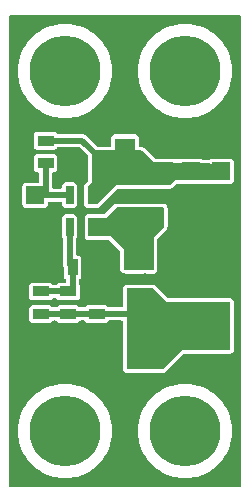
<source format=gbr>
%TF.GenerationSoftware,KiCad,Pcbnew,7.0.5.1-1-g8f565ef7f0-dirty-deb11*%
%TF.CreationDate,2023-07-20T11:56:54+00:00*%
%TF.ProjectId,STEPUPDC02,53544550-5550-4444-9330-322e6b696361,rev?*%
%TF.SameCoordinates,Original*%
%TF.FileFunction,Copper,L2,Bot*%
%TF.FilePolarity,Positive*%
%FSLAX46Y46*%
G04 Gerber Fmt 4.6, Leading zero omitted, Abs format (unit mm)*
G04 Created by KiCad (PCBNEW 7.0.5.1-1-g8f565ef7f0-dirty-deb11) date 2023-07-20 11:56:54*
%MOMM*%
%LPD*%
G01*
G04 APERTURE LIST*
%TA.AperFunction,ComponentPad*%
%ADD10C,6.000000*%
%TD*%
%TA.AperFunction,ComponentPad*%
%ADD11R,1.524000X1.524000*%
%TD*%
%TA.AperFunction,SMDPad,CuDef*%
%ADD12R,2.300000X2.500000*%
%TD*%
%TA.AperFunction,SMDPad,CuDef*%
%ADD13R,4.000000X1.600000*%
%TD*%
%TA.AperFunction,SMDPad,CuDef*%
%ADD14R,1.397000X0.889000*%
%TD*%
%TA.AperFunction,SMDPad,CuDef*%
%ADD15R,0.650000X1.560000*%
%TD*%
%TA.AperFunction,SMDPad,CuDef*%
%ADD16R,1.700000X1.300000*%
%TD*%
%TA.AperFunction,SMDPad,CuDef*%
%ADD17R,2.550160X2.499360*%
%TD*%
%TA.AperFunction,SMDPad,CuDef*%
%ADD18R,0.889000X1.397000*%
%TD*%
%TA.AperFunction,ViaPad*%
%ADD19C,0.800000*%
%TD*%
%TA.AperFunction,Conductor*%
%ADD20C,0.500000*%
%TD*%
%TA.AperFunction,Conductor*%
%ADD21C,0.250000*%
%TD*%
G04 APERTURE END LIST*
D10*
%TO.P,M1,1*%
%TO.N,N/C*%
X15240000Y35560000D03*
%TD*%
%TO.P,M2,1*%
%TO.N,N/C*%
X15240000Y5080000D03*
%TD*%
%TO.P,M3,1*%
%TO.N,N/C*%
X5080000Y5080000D03*
%TD*%
%TO.P,M4,1*%
%TO.N,N/C*%
X5080000Y35560000D03*
%TD*%
D11*
%TO.P,J1,1*%
%TO.N,GND*%
X15748000Y29591000D03*
%TO.P,J1,2*%
X18288000Y29591000D03*
%TO.P,J1,3*%
%TO.N,/Power*%
X15748000Y27051000D03*
%TO.P,J1,4*%
X18288000Y27051000D03*
%TO.P,J1,5*%
%TO.N,GND*%
X15748000Y24511000D03*
%TO.P,J1,6*%
X18288000Y24511000D03*
%TD*%
%TO.P,J2,1*%
%TO.N,GND*%
X2540000Y22479000D03*
%TO.P,J2,2*%
%TO.N,/ENABLE*%
X2540000Y25019000D03*
%TD*%
%TO.P,J4,1*%
%TO.N,GND*%
X15748000Y17780000D03*
%TO.P,J4,2*%
X18288000Y17780000D03*
%TO.P,J4,3*%
%TO.N,/PowerOUT*%
X15748000Y15240000D03*
%TO.P,J4,4*%
X18288000Y15240000D03*
%TO.P,J4,5*%
X15748000Y12700000D03*
%TO.P,J4,6*%
X18288000Y12700000D03*
%TO.P,J4,7*%
%TO.N,GND*%
X15748000Y10160000D03*
%TO.P,J4,8*%
X18288000Y10160000D03*
%TD*%
D12*
%TO.P,D1,1*%
%TO.N,/PowerOUT*%
X11430000Y15884000D03*
%TO.P,D1,2*%
%TO.N,Net-(D1-Pad2)*%
X11430000Y20184000D03*
%TD*%
D13*
%TO.P,L1,1*%
%TO.N,/Power*%
X11430000Y26819000D03*
%TO.P,L1,2*%
%TO.N,Net-(D1-Pad2)*%
X11430000Y23219000D03*
%TD*%
D14*
%TO.P,R1,1*%
%TO.N,/Power*%
X3429000Y29654500D03*
%TO.P,R1,2*%
%TO.N,/ENABLE*%
X3429000Y27749500D03*
%TD*%
D15*
%TO.P,U1,1*%
%TO.N,Net-(D1-Pad2)*%
X7366000Y22352000D03*
%TO.P,U1,2*%
%TO.N,GND*%
X6416000Y22352000D03*
%TO.P,U1,3*%
%TO.N,Net-(C1-Pad2)*%
X5466000Y22352000D03*
%TO.P,U1,4*%
%TO.N,/ENABLE*%
X5466000Y25052000D03*
%TO.P,U1,5*%
%TO.N,/Power*%
X7366000Y25052000D03*
%TD*%
D16*
%TO.P,D2,1*%
%TO.N,/Power*%
X10160000Y29238000D03*
%TO.P,D2,2*%
%TO.N,GND*%
X10160000Y32738000D03*
%TD*%
D14*
%TO.P,C1,1*%
%TO.N,/PowerOUT*%
X3048000Y14986000D03*
%TO.P,C1,2*%
%TO.N,Net-(C1-Pad2)*%
X3048000Y16891000D03*
%TD*%
%TO.P,C2,1*%
%TO.N,/PowerOUT*%
X7747000Y14986000D03*
%TO.P,C2,2*%
%TO.N,GND*%
X7747000Y16891000D03*
%TD*%
D17*
%TO.P,C5,1*%
%TO.N,/PowerOUT*%
X11780520Y11684000D03*
%TO.P,C5,2*%
%TO.N,GND*%
X6731000Y11684000D03*
%TD*%
D14*
%TO.P,R2,1*%
%TO.N,/PowerOUT*%
X5334000Y14986000D03*
%TO.P,R2,2*%
%TO.N,Net-(C1-Pad2)*%
X5334000Y16891000D03*
%TD*%
D18*
%TO.P,R4,1*%
%TO.N,Net-(C1-Pad2)*%
X5715000Y18923000D03*
%TO.P,R4,2*%
%TO.N,GND*%
X7620000Y18923000D03*
%TD*%
%TO.P,C6,1*%
%TO.N,/Power*%
X7874000Y28067000D03*
%TO.P,C6,2*%
%TO.N,GND*%
X5969000Y28067000D03*
%TD*%
D19*
%TO.N,GND*%
X1397000Y13462000D03*
X2794000Y13462000D03*
X11811000Y18034000D03*
X4953000Y26670000D03*
X16891000Y19558000D03*
X4826000Y12573000D03*
X9017000Y19685000D03*
X8001000Y20574000D03*
X4826000Y11303000D03*
X18415000Y19558000D03*
X9271000Y17018000D03*
X12700000Y29591000D03*
X4191000Y22479000D03*
X4826000Y10160000D03*
X9017000Y18288000D03*
X13970000Y29591000D03*
X18415000Y22733000D03*
X6350000Y26670000D03*
X10033000Y18033998D03*
X6731000Y20574000D03*
X1397000Y14859000D03*
X15748000Y22733000D03*
X15621000Y19558000D03*
X4826000Y28702000D03*
X17018000Y22733000D03*
X3937000Y13462000D03*
%TD*%
D20*
%TO.N,GND*%
X15748000Y29591000D02*
X13970000Y29591000D01*
D21*
X18415000Y19558000D02*
X19304000Y19558000D01*
D20*
X7620000Y19685000D02*
X6731000Y20574000D01*
X6731000Y11684000D02*
X6350000Y11684000D01*
X2540000Y22479000D02*
X4191000Y22479000D01*
X17018000Y22733000D02*
X18415000Y22733000D01*
X4826000Y11303000D02*
X4826000Y12573000D01*
X11811000Y18034000D02*
X10033002Y18034000D01*
X9017000Y17272000D02*
X9271000Y17018000D01*
X8128000Y20574000D02*
X9017000Y19685000D01*
X4953000Y26670000D02*
X4953000Y28575000D01*
X6350000Y11684000D02*
X4826000Y10160000D01*
X5969000Y28067000D02*
X5969000Y27051000D01*
X15748000Y17780000D02*
X15748000Y19431000D01*
X9017000Y18288000D02*
X9017000Y17272000D01*
X15748000Y19431000D02*
X15621000Y19558000D01*
X3937000Y13462000D02*
X2794000Y13462000D01*
X10033002Y18034000D02*
X10033000Y18033998D01*
X15748000Y24511000D02*
X15748000Y22733000D01*
X1397000Y13462000D02*
X1397000Y14859000D01*
X18415000Y19558000D02*
X16891000Y19558000D01*
X4953000Y28575000D02*
X4826000Y28702000D01*
X5969000Y27051000D02*
X6350000Y26670000D01*
X7620000Y18923000D02*
X7620000Y19685000D01*
X8001000Y20574000D02*
X8128000Y20574000D01*
%TO.N,/ENABLE*%
X3429000Y25052000D02*
X2573000Y25052000D01*
X3429000Y25400000D02*
X3429000Y25052000D01*
X2573000Y25052000D02*
X2540000Y25019000D01*
X5466000Y25052000D02*
X3429000Y25052000D01*
X3429000Y27749500D02*
X3429000Y25400000D01*
%TO.N,Net-(C1-Pad2)*%
X5715000Y18923000D02*
X5715000Y17272000D01*
X5466000Y22352000D02*
X5466000Y19172000D01*
X5466000Y19172000D02*
X5715000Y18923000D01*
X3048000Y16891000D02*
X5334000Y16891000D01*
X5715000Y17272000D02*
X5334000Y16891000D01*
%TO.N,/PowerOUT*%
X10532000Y14986000D02*
X11430000Y15884000D01*
X5334000Y14986000D02*
X7747000Y14986000D01*
X3048000Y14986000D02*
X5334000Y14986000D01*
X7747000Y14986000D02*
X10532000Y14986000D01*
%TO.N,/Power*%
X3429000Y29654500D02*
X6540500Y29654500D01*
X10160000Y29238000D02*
X10160000Y28089000D01*
X10160000Y28089000D02*
X11430000Y26819000D01*
X7874000Y28067000D02*
X10033000Y28067000D01*
X7874000Y28321000D02*
X7874000Y28067000D01*
X6540500Y29654500D02*
X7874000Y28321000D01*
%TD*%
%TA.AperFunction,Conductor*%
%TO.N,GND*%
G36*
X19932621Y40290498D02*
G01*
X19979114Y40236842D01*
X19990500Y40184500D01*
X19990500Y455500D01*
X19970498Y387379D01*
X19916842Y340886D01*
X19864500Y329500D01*
X455500Y329500D01*
X387379Y349502D01*
X340886Y403158D01*
X329500Y455500D01*
X329500Y5079996D01*
X1074675Y5079996D01*
X1093962Y4687412D01*
X1093963Y4687398D01*
X1151635Y4298606D01*
X1151636Y4298600D01*
X1199389Y4107958D01*
X1247144Y3917310D01*
X1379561Y3547230D01*
X1547621Y3191899D01*
X1749696Y2854756D01*
X1983834Y2539057D01*
X2247808Y2247808D01*
X2539057Y1983834D01*
X2854756Y1749696D01*
X3191899Y1547621D01*
X3547230Y1379561D01*
X3917310Y1247144D01*
X4107958Y1199389D01*
X4298600Y1151636D01*
X4298604Y1151635D01*
X4298606Y1151635D01*
X4687398Y1093963D01*
X4687406Y1093962D01*
X4687409Y1093962D01*
X4855662Y1085696D01*
X5079996Y1074675D01*
X5080000Y1074675D01*
X5080004Y1074675D01*
X5276295Y1084318D01*
X5472591Y1093962D01*
X5472594Y1093962D01*
X5472601Y1093963D01*
X5861393Y1151635D01*
X5861400Y1151636D01*
X6146995Y1223174D01*
X6242689Y1247144D01*
X6612769Y1379561D01*
X6612772Y1379562D01*
X6968097Y1547619D01*
X7081649Y1615680D01*
X7305243Y1749696D01*
X7620942Y1983834D01*
X7620951Y1983842D01*
X7912192Y2247808D01*
X8176158Y2539049D01*
X8176159Y2539050D01*
X8176165Y2539057D01*
X8410303Y2854756D01*
X8410306Y2854761D01*
X8612381Y3191903D01*
X8780438Y3547228D01*
X8912857Y3917316D01*
X9008364Y4298600D01*
X9066038Y4687409D01*
X9085325Y5079996D01*
X11234675Y5079996D01*
X11253962Y4687412D01*
X11253963Y4687398D01*
X11311635Y4298606D01*
X11311636Y4298600D01*
X11359389Y4107958D01*
X11407144Y3917310D01*
X11539561Y3547230D01*
X11707621Y3191899D01*
X11909696Y2854756D01*
X12143834Y2539057D01*
X12407808Y2247808D01*
X12699057Y1983834D01*
X13014756Y1749696D01*
X13351899Y1547621D01*
X13707230Y1379561D01*
X14077310Y1247144D01*
X14267958Y1199389D01*
X14458600Y1151636D01*
X14458604Y1151635D01*
X14458606Y1151635D01*
X14847398Y1093963D01*
X14847406Y1093962D01*
X14847409Y1093962D01*
X15015662Y1085696D01*
X15239996Y1074675D01*
X15240000Y1074675D01*
X15240004Y1074675D01*
X15436295Y1084318D01*
X15632591Y1093962D01*
X15632594Y1093962D01*
X15632601Y1093963D01*
X16021393Y1151635D01*
X16021400Y1151636D01*
X16306995Y1223174D01*
X16402689Y1247144D01*
X16772769Y1379561D01*
X16772772Y1379562D01*
X17128097Y1547619D01*
X17241649Y1615680D01*
X17465243Y1749696D01*
X17780942Y1983834D01*
X17780951Y1983842D01*
X18072192Y2247808D01*
X18336158Y2539049D01*
X18336159Y2539050D01*
X18336165Y2539057D01*
X18570303Y2854756D01*
X18570306Y2854761D01*
X18772381Y3191903D01*
X18940438Y3547228D01*
X19072857Y3917316D01*
X19168364Y4298600D01*
X19226038Y4687409D01*
X19245325Y5080000D01*
X19226038Y5472591D01*
X19168364Y5861400D01*
X19072857Y6242684D01*
X18940438Y6612772D01*
X18772381Y6968097D01*
X18570306Y7305239D01*
X18336158Y7620951D01*
X18072192Y7912192D01*
X17780951Y8176158D01*
X17465239Y8410306D01*
X17128097Y8612381D01*
X16772772Y8780438D01*
X16402684Y8912857D01*
X16021400Y9008364D01*
X15632591Y9066038D01*
X15295384Y9082604D01*
X15240004Y9085325D01*
X15239996Y9085325D01*
X15182590Y9082504D01*
X14847409Y9066038D01*
X14458600Y9008364D01*
X14077316Y8912857D01*
X13707228Y8780438D01*
X13351903Y8612381D01*
X13014761Y8410306D01*
X13014756Y8410303D01*
X12699057Y8176165D01*
X12699050Y8176159D01*
X12699049Y8176158D01*
X12407808Y7912192D01*
X12143842Y7620951D01*
X12143834Y7620942D01*
X11909696Y7305243D01*
X11909694Y7305239D01*
X11707619Y6968097D01*
X11539562Y6612772D01*
X11539561Y6612769D01*
X11407144Y6242689D01*
X11407143Y6242684D01*
X11311636Y5861400D01*
X11311635Y5861393D01*
X11253963Y5472601D01*
X11253962Y5472587D01*
X11234675Y5080003D01*
X11234675Y5079996D01*
X9085325Y5079996D01*
X9085325Y5080000D01*
X9066038Y5472591D01*
X9008364Y5861400D01*
X8912857Y6242684D01*
X8780438Y6612772D01*
X8612381Y6968097D01*
X8410306Y7305239D01*
X8176158Y7620951D01*
X7912192Y7912192D01*
X7620951Y8176158D01*
X7305239Y8410306D01*
X6968097Y8612381D01*
X6612772Y8780438D01*
X6242684Y8912857D01*
X5861400Y9008364D01*
X5472591Y9066038D01*
X5135384Y9082604D01*
X5080004Y9085325D01*
X5079996Y9085325D01*
X5022590Y9082504D01*
X4687409Y9066038D01*
X4298600Y9008364D01*
X3917316Y8912857D01*
X3547228Y8780438D01*
X3191903Y8612381D01*
X2854761Y8410306D01*
X2854756Y8410303D01*
X2539057Y8176165D01*
X2539050Y8176159D01*
X2539049Y8176158D01*
X2247808Y7912192D01*
X1983842Y7620951D01*
X1983834Y7620942D01*
X1749696Y7305243D01*
X1749694Y7305239D01*
X1547619Y6968097D01*
X1379562Y6612772D01*
X1379561Y6612769D01*
X1247144Y6242689D01*
X1247143Y6242684D01*
X1151636Y5861400D01*
X1151635Y5861393D01*
X1093963Y5472601D01*
X1093962Y5472587D01*
X1074675Y5080003D01*
X1074675Y5079996D01*
X329500Y5079996D01*
X329500Y14496640D01*
X2049000Y14496640D01*
X2049001Y14496633D01*
X2051914Y14471509D01*
X2051916Y14471505D01*
X2097293Y14368734D01*
X2176732Y14289295D01*
X2176734Y14289294D01*
X2279510Y14243914D01*
X2279509Y14243914D01*
X2304631Y14241000D01*
X2304635Y14241000D01*
X3791359Y14241000D01*
X3791366Y14241001D01*
X3816490Y14243914D01*
X3816494Y14243916D01*
X3919265Y14289293D01*
X3998704Y14368732D01*
X4005305Y14378368D01*
X4008410Y14376240D01*
X4040828Y14414626D01*
X4108690Y14435490D01*
X4110287Y14435500D01*
X4271713Y14435500D01*
X4339834Y14415498D01*
X4373753Y14376352D01*
X4376695Y14378368D01*
X4383295Y14368732D01*
X4462732Y14289295D01*
X4462734Y14289294D01*
X4565510Y14243914D01*
X4565509Y14243914D01*
X4590631Y14241000D01*
X4590635Y14241000D01*
X6077359Y14241000D01*
X6077366Y14241001D01*
X6102490Y14243914D01*
X6102494Y14243916D01*
X6205265Y14289293D01*
X6284704Y14368732D01*
X6291305Y14378368D01*
X6294410Y14376240D01*
X6326828Y14414626D01*
X6394690Y14435490D01*
X6396287Y14435500D01*
X6684713Y14435500D01*
X6752834Y14415498D01*
X6786753Y14376352D01*
X6789695Y14378368D01*
X6796295Y14368732D01*
X6875732Y14289295D01*
X6875734Y14289294D01*
X6978510Y14243914D01*
X6978509Y14243914D01*
X7003631Y14241000D01*
X7003635Y14241000D01*
X8490359Y14241000D01*
X8490366Y14241001D01*
X8515490Y14243914D01*
X8515494Y14243916D01*
X8618265Y14289293D01*
X8697704Y14368732D01*
X8704305Y14378368D01*
X8707410Y14376240D01*
X8739828Y14414626D01*
X8807690Y14435490D01*
X8809287Y14435500D01*
X9855500Y14435500D01*
X9923621Y14415498D01*
X9970114Y14361842D01*
X9981500Y14309500D01*
X9981500Y10412990D01*
X9988481Y10348060D01*
X9999865Y10295729D01*
X9999866Y10295724D01*
X10010824Y10257512D01*
X10067502Y10160600D01*
X10113995Y10106945D01*
X10114004Y10106935D01*
X10158730Y10064764D01*
X10158733Y10064761D01*
X10258814Y10013875D01*
X10326922Y9993877D01*
X10326943Y9993872D01*
X10412993Y9981500D01*
X10413000Y9981500D01*
X13291003Y9981500D01*
X13307326Y9982375D01*
X13307334Y9982375D01*
X13307336Y9982376D01*
X13313015Y9982986D01*
X13342240Y9986129D01*
X13346724Y9986663D01*
X13349257Y9986966D01*
X13384039Y9998299D01*
X13456003Y10021748D01*
X13518315Y10055773D01*
X13586658Y10106935D01*
X13587926Y10107884D01*
X15075636Y11595595D01*
X15137947Y11629619D01*
X15164730Y11632499D01*
X18924002Y11632499D01*
X18955063Y11635838D01*
X18967163Y11637139D01*
X18973892Y11637500D01*
X19094859Y11637500D01*
X19094867Y11637501D01*
X19119989Y11640414D01*
X19119994Y11640416D01*
X19222765Y11685793D01*
X19302204Y11765232D01*
X19302205Y11765234D01*
X19302206Y11765235D01*
X19347585Y11868009D01*
X19350500Y11893135D01*
X19350499Y12020209D01*
X19351782Y12038146D01*
X19355500Y12063998D01*
X19355500Y15875994D01*
X19355499Y15876008D01*
X19350860Y15919156D01*
X19350499Y15925895D01*
X19350499Y16046859D01*
X19350499Y16046864D01*
X19347585Y16071991D01*
X19302206Y16174765D01*
X19222765Y16254206D01*
X19119991Y16299585D01*
X19094865Y16302500D01*
X18967789Y16302499D01*
X18949855Y16303781D01*
X18924000Y16307500D01*
X13894732Y16307500D01*
X13826611Y16327502D01*
X13805637Y16344405D01*
X12820161Y17329881D01*
X12820142Y17329900D01*
X12807973Y17340832D01*
X12780630Y17362867D01*
X12775077Y17367238D01*
X12775075Y17367238D01*
X12770210Y17371069D01*
X12770431Y17371350D01*
X12756114Y17382855D01*
X12752765Y17386206D01*
X12649991Y17431585D01*
X12626201Y17434344D01*
X12611320Y17437373D01*
X12611276Y17437168D01*
X12606892Y17438121D01*
X12606879Y17438125D01*
X12520810Y17450500D01*
X10413000Y17450500D01*
X10412991Y17450499D01*
X10412990Y17450499D01*
X10403925Y17449524D01*
X10348063Y17443519D01*
X10348058Y17443518D01*
X10319831Y17437378D01*
X10293050Y17434499D01*
X10235136Y17434499D01*
X10210009Y17431585D01*
X10174422Y17415872D01*
X10107234Y17386206D01*
X10027795Y17306767D01*
X10027794Y17306765D01*
X9982414Y17203990D01*
X9979500Y17178870D01*
X9979500Y17178867D01*
X9979500Y17178865D01*
X9979500Y16376505D01*
X9979501Y15662500D01*
X9959499Y15594379D01*
X9905843Y15547886D01*
X9853501Y15536500D01*
X8809287Y15536500D01*
X8741166Y15556502D01*
X8707246Y15595647D01*
X8704305Y15593632D01*
X8697707Y15603262D01*
X8697706Y15603265D01*
X8618265Y15682706D01*
X8515491Y15728085D01*
X8490365Y15731000D01*
X7003636Y15730999D01*
X6978509Y15728085D01*
X6942922Y15712372D01*
X6875734Y15682706D01*
X6796295Y15603267D01*
X6789695Y15593632D01*
X6786589Y15595759D01*
X6754172Y15557374D01*
X6686310Y15536510D01*
X6684713Y15536500D01*
X6396287Y15536500D01*
X6328166Y15556502D01*
X6294246Y15595647D01*
X6291305Y15593632D01*
X6284707Y15603262D01*
X6284706Y15603265D01*
X6205265Y15682706D01*
X6102491Y15728085D01*
X6077365Y15731000D01*
X4590636Y15730999D01*
X4565509Y15728085D01*
X4529922Y15712372D01*
X4462734Y15682706D01*
X4383295Y15603267D01*
X4376695Y15593632D01*
X4373589Y15595759D01*
X4341172Y15557374D01*
X4273310Y15536510D01*
X4271713Y15536500D01*
X4110287Y15536500D01*
X4042166Y15556502D01*
X4008246Y15595647D01*
X4005305Y15593632D01*
X3998707Y15603262D01*
X3998706Y15603265D01*
X3919265Y15682706D01*
X3816491Y15728085D01*
X3791365Y15731000D01*
X2304636Y15730999D01*
X2279509Y15728085D01*
X2243922Y15712372D01*
X2176734Y15682706D01*
X2097295Y15603267D01*
X2097294Y15603265D01*
X2051914Y15500490D01*
X2049000Y15475370D01*
X2049000Y14496640D01*
X329500Y14496640D01*
X329500Y16401640D01*
X2049000Y16401640D01*
X2049001Y16401633D01*
X2051914Y16376509D01*
X2051916Y16376505D01*
X2097293Y16273734D01*
X2176732Y16194295D01*
X2176734Y16194294D01*
X2279510Y16148914D01*
X2279509Y16148914D01*
X2304631Y16146000D01*
X2304635Y16146000D01*
X3791359Y16146000D01*
X3791366Y16146001D01*
X3816490Y16148914D01*
X3816494Y16148916D01*
X3919265Y16194293D01*
X3998704Y16273732D01*
X4005305Y16283368D01*
X4008410Y16281240D01*
X4040828Y16319626D01*
X4108690Y16340490D01*
X4110287Y16340500D01*
X4271713Y16340500D01*
X4339834Y16320498D01*
X4373753Y16281352D01*
X4376695Y16283368D01*
X4383295Y16273732D01*
X4462732Y16194295D01*
X4462734Y16194294D01*
X4565510Y16148914D01*
X4565509Y16148914D01*
X4590631Y16146000D01*
X4590635Y16146000D01*
X6077359Y16146000D01*
X6077366Y16146001D01*
X6102490Y16148914D01*
X6102494Y16148916D01*
X6205265Y16194293D01*
X6284704Y16273732D01*
X6284705Y16273734D01*
X6284706Y16273735D01*
X6330085Y16376509D01*
X6333000Y16401635D01*
X6332999Y17380364D01*
X6330085Y17405491D01*
X6284706Y17508265D01*
X6279990Y17518946D01*
X6282373Y17519998D01*
X6265555Y17571614D01*
X6265500Y17575320D01*
X6265500Y17860712D01*
X6285502Y17928833D01*
X6324647Y17962752D01*
X6322632Y17965695D01*
X6332267Y17972295D01*
X6411704Y18051732D01*
X6411705Y18051734D01*
X6411704Y18051734D01*
X6411706Y18051735D01*
X6457085Y18154509D01*
X6460000Y18179635D01*
X6459999Y19666364D01*
X6457085Y19691491D01*
X6411706Y19794265D01*
X6332265Y19873706D01*
X6229491Y19919085D01*
X6204365Y19922000D01*
X6142499Y19921999D01*
X6074381Y19942000D01*
X6027887Y19995655D01*
X6016500Y20047999D01*
X6016500Y21321231D01*
X6036502Y21389352D01*
X6038550Y21392438D01*
X6043206Y21399235D01*
X6088585Y21502009D01*
X6091499Y21527129D01*
X6091500Y21527135D01*
X6091500Y21527140D01*
X6740500Y21527140D01*
X6740501Y21527133D01*
X6743414Y21502009D01*
X6743416Y21502005D01*
X6788793Y21399234D01*
X6868232Y21319795D01*
X6868234Y21319794D01*
X6971010Y21274414D01*
X6971009Y21274414D01*
X6996131Y21271500D01*
X6996135Y21271500D01*
X7735859Y21271500D01*
X7735866Y21271501D01*
X7760991Y21274415D01*
X7770136Y21276903D01*
X7770367Y21276052D01*
X7810410Y21284500D01*
X8711268Y21284500D01*
X8779389Y21264498D01*
X8800358Y21247599D01*
X9690596Y20357362D01*
X9724621Y20295050D01*
X9727500Y20268267D01*
X9727500Y18847043D01*
X9727826Y18840054D01*
X9728165Y18832801D01*
X9728168Y18832761D01*
X9731006Y18802456D01*
X9731301Y18799457D01*
X9731302Y18799454D01*
X9763140Y18691794D01*
X9763142Y18691789D01*
X9795438Y18628575D01*
X9828783Y18576909D01*
X9913775Y18503550D01*
X9913784Y18503544D01*
X9975125Y18467829D01*
X9975126Y18467828D01*
X10055739Y18435214D01*
X10184777Y18403409D01*
X10192045Y18401144D01*
X10229837Y18386811D01*
X10229845Y18386809D01*
X10288402Y18372377D01*
X10361506Y18363500D01*
X10361510Y18363500D01*
X11482488Y18363500D01*
X11555597Y18372377D01*
X11555608Y18372380D01*
X11614156Y18386811D01*
X11614158Y18386812D01*
X11651948Y18401144D01*
X11659217Y18403409D01*
X11748182Y18425338D01*
X11778336Y18428999D01*
X11843662Y18428999D01*
X11873817Y18425337D01*
X11962775Y18403411D01*
X11970043Y18401146D01*
X12007844Y18386811D01*
X12066399Y18372378D01*
X12066402Y18372377D01*
X12139511Y18363500D01*
X12139514Y18363500D01*
X12447009Y18363500D01*
X12511939Y18370481D01*
X12564270Y18381865D01*
X12564275Y18381866D01*
X12564276Y18381866D01*
X12564279Y18381867D01*
X12570811Y18383740D01*
X12602487Y18392824D01*
X12699399Y18449502D01*
X12720549Y18467829D01*
X12753057Y18495997D01*
X12795238Y18540733D01*
X12846123Y18640810D01*
X12866125Y18708931D01*
X12878500Y18795000D01*
X12878500Y18868246D01*
X12878920Y18875511D01*
X12879498Y18880497D01*
X12880500Y18889135D01*
X12880499Y21286267D01*
X12900501Y21354388D01*
X12917404Y21375362D01*
X13646880Y22104838D01*
X13646902Y22104861D01*
X13657827Y22117023D01*
X13657831Y22117027D01*
X13665440Y22126470D01*
X13679848Y22144347D01*
X13684236Y22149922D01*
X13684237Y22149923D01*
X13735122Y22250000D01*
X13755124Y22318121D01*
X13767499Y22404190D01*
X13767500Y23877000D01*
X13760519Y23941937D01*
X13749133Y23994279D01*
X13738175Y24032488D01*
X13738174Y24032488D01*
X13736002Y24040065D01*
X13736736Y24040275D01*
X13730525Y24063636D01*
X13728136Y24084234D01*
X13727585Y24088991D01*
X13682206Y24191765D01*
X13602765Y24271206D01*
X13499991Y24316585D01*
X13474865Y24319500D01*
X9385136Y24319499D01*
X9360009Y24316585D01*
X9324422Y24300872D01*
X9257234Y24271206D01*
X9239767Y24253739D01*
X9217988Y24237420D01*
X9218476Y24236663D01*
X9214687Y24234228D01*
X9145080Y24182121D01*
X9145071Y24182113D01*
X8419363Y23456405D01*
X8357051Y23422379D01*
X8330268Y23419500D01*
X7810411Y23419500D01*
X7770370Y23427947D01*
X7770139Y23427096D01*
X7760995Y23429582D01*
X7760991Y23429585D01*
X7735865Y23432500D01*
X6996136Y23432499D01*
X6971009Y23429585D01*
X6965372Y23427096D01*
X6868234Y23384206D01*
X6788795Y23304767D01*
X6788794Y23304765D01*
X6743414Y23201990D01*
X6740500Y23176870D01*
X6740500Y21527140D01*
X6091500Y21527140D01*
X6091499Y23176864D01*
X6088585Y23201991D01*
X6043206Y23304765D01*
X5963765Y23384206D01*
X5860991Y23429585D01*
X5835865Y23432500D01*
X5096136Y23432499D01*
X5071009Y23429585D01*
X5065372Y23427096D01*
X4968234Y23384206D01*
X4888795Y23304767D01*
X4888794Y23304765D01*
X4843414Y23201990D01*
X4840500Y23176870D01*
X4840500Y21527140D01*
X4840501Y21527133D01*
X4843414Y21502009D01*
X4843416Y21502005D01*
X4888793Y21399235D01*
X4893450Y21392438D01*
X4915446Y21324934D01*
X4915500Y21321231D01*
X4915500Y19182485D01*
X4915463Y19180334D01*
X4913238Y19115173D01*
X4923705Y19072218D01*
X4924910Y19065878D01*
X4930928Y19022087D01*
X4930931Y19022075D01*
X4938014Y19005768D01*
X4944858Y18985413D01*
X4949064Y18968154D01*
X4949067Y18968146D01*
X4953830Y18959676D01*
X4970000Y18897924D01*
X4970000Y18179640D01*
X4970001Y18179633D01*
X4972914Y18154509D01*
X4972916Y18154505D01*
X5018293Y18051734D01*
X5097732Y17972295D01*
X5107368Y17965695D01*
X5105243Y17962594D01*
X5143651Y17930133D01*
X5164490Y17862264D01*
X5164500Y17860712D01*
X5164500Y17761999D01*
X5144498Y17693878D01*
X5090842Y17647385D01*
X5038500Y17635999D01*
X4590636Y17635999D01*
X4565509Y17633085D01*
X4529922Y17617372D01*
X4462734Y17587706D01*
X4383295Y17508267D01*
X4376695Y17498632D01*
X4373589Y17500759D01*
X4341172Y17462374D01*
X4273310Y17441510D01*
X4271713Y17441500D01*
X4110287Y17441500D01*
X4042166Y17461502D01*
X4008246Y17500647D01*
X4005305Y17498632D01*
X3998707Y17508262D01*
X3998706Y17508265D01*
X3919265Y17587706D01*
X3816491Y17633085D01*
X3791365Y17636000D01*
X2304636Y17635999D01*
X2279509Y17633085D01*
X2243922Y17617372D01*
X2176734Y17587706D01*
X2097295Y17508267D01*
X2097294Y17508265D01*
X2051914Y17405490D01*
X2049000Y17380370D01*
X2049000Y16401640D01*
X329500Y16401640D01*
X329500Y24212140D01*
X1477500Y24212140D01*
X1477501Y24212133D01*
X1480414Y24187009D01*
X1480416Y24187005D01*
X1525793Y24084234D01*
X1605232Y24004795D01*
X1605234Y24004794D01*
X1708010Y23959414D01*
X1708009Y23959414D01*
X1733131Y23956500D01*
X1733135Y23956500D01*
X3346859Y23956500D01*
X3346866Y23956501D01*
X3371990Y23959414D01*
X3371994Y23959416D01*
X3474765Y24004793D01*
X3554204Y24084232D01*
X3554205Y24084234D01*
X3554204Y24084234D01*
X3554206Y24084235D01*
X3599585Y24187009D01*
X3602500Y24212135D01*
X3602500Y24375500D01*
X3622502Y24443621D01*
X3676158Y24490114D01*
X3728500Y24501500D01*
X4714501Y24501500D01*
X4782622Y24481498D01*
X4829115Y24427842D01*
X4840501Y24375500D01*
X4840501Y24227133D01*
X4843414Y24202009D01*
X4843416Y24202005D01*
X4888793Y24099234D01*
X4968232Y24019795D01*
X4968234Y24019794D01*
X5071010Y23974414D01*
X5071009Y23974414D01*
X5096131Y23971500D01*
X5096135Y23971500D01*
X5835859Y23971500D01*
X5835866Y23971501D01*
X5860990Y23974414D01*
X5860994Y23974416D01*
X5963765Y24019793D01*
X6043204Y24099232D01*
X6043205Y24099234D01*
X6043204Y24099234D01*
X6043206Y24099235D01*
X6088585Y24202009D01*
X6091500Y24227135D01*
X6091499Y25876864D01*
X6088585Y25901991D01*
X6043206Y26004765D01*
X5963765Y26084206D01*
X5860991Y26129585D01*
X5835865Y26132500D01*
X5096136Y26132499D01*
X5071009Y26129585D01*
X5040774Y26116235D01*
X4968234Y26084206D01*
X4888795Y26004767D01*
X4888794Y26004765D01*
X4843414Y25901990D01*
X4840500Y25876870D01*
X4840500Y25728500D01*
X4820498Y25660379D01*
X4766842Y25613886D01*
X4714500Y25602500D01*
X4105500Y25602500D01*
X4037379Y25622502D01*
X3990886Y25676158D01*
X3979500Y25728500D01*
X3979500Y26878500D01*
X3999502Y26946621D01*
X4053158Y26993114D01*
X4105498Y27004500D01*
X4172360Y27004500D01*
X4172366Y27004501D01*
X4197489Y27007414D01*
X4197494Y27007416D01*
X4300265Y27052793D01*
X4379704Y27132232D01*
X4379705Y27132234D01*
X4379704Y27132234D01*
X4379706Y27132235D01*
X4425085Y27235009D01*
X4428000Y27260135D01*
X4427999Y28238864D01*
X4425085Y28263991D01*
X4379706Y28366765D01*
X4300265Y28446206D01*
X4197491Y28491585D01*
X4172365Y28494500D01*
X2685636Y28494499D01*
X2660509Y28491585D01*
X2624922Y28475872D01*
X2557734Y28446206D01*
X2478295Y28366767D01*
X2478294Y28366765D01*
X2432914Y28263990D01*
X2430000Y28238870D01*
X2430000Y27260140D01*
X2430001Y27260133D01*
X2432914Y27235009D01*
X2432916Y27235005D01*
X2478293Y27132234D01*
X2557732Y27052795D01*
X2557734Y27052794D01*
X2660510Y27007414D01*
X2660509Y27007414D01*
X2685629Y27004500D01*
X2685635Y27004500D01*
X2752500Y27004500D01*
X2820621Y26984498D01*
X2867114Y26930842D01*
X2878500Y26878500D01*
X2878499Y26207499D01*
X2858497Y26139378D01*
X2804841Y26092885D01*
X2752499Y26081499D01*
X1733136Y26081499D01*
X1708009Y26078585D01*
X1672422Y26062872D01*
X1605234Y26033206D01*
X1525795Y25953767D01*
X1525794Y25953765D01*
X1480414Y25850990D01*
X1477500Y25825870D01*
X1477500Y24212140D01*
X329500Y24212140D01*
X329500Y29165140D01*
X2430000Y29165140D01*
X2430001Y29165133D01*
X2432914Y29140009D01*
X2432916Y29140005D01*
X2478293Y29037234D01*
X2557732Y28957795D01*
X2557734Y28957794D01*
X2660510Y28912414D01*
X2660509Y28912414D01*
X2685631Y28909500D01*
X2685635Y28909500D01*
X4172359Y28909500D01*
X4172366Y28909501D01*
X4197490Y28912414D01*
X4197494Y28912416D01*
X4300265Y28957793D01*
X4379704Y29037232D01*
X4386305Y29046868D01*
X4389410Y29044740D01*
X4421828Y29083126D01*
X4489690Y29103990D01*
X4491287Y29104000D01*
X6260285Y29104000D01*
X6328406Y29083998D01*
X6349375Y29067099D01*
X6921975Y28494500D01*
X7023596Y28392879D01*
X7057621Y28330567D01*
X7060500Y28303784D01*
X7060500Y26340731D01*
X7040498Y26272610D01*
X7023599Y26251640D01*
X6911337Y26139378D01*
X6800100Y26028141D01*
X6800096Y26028137D01*
X6789171Y26015975D01*
X6789156Y26015957D01*
X6767150Y25988651D01*
X6767133Y25988629D01*
X6762762Y25983076D01*
X6711877Y25882999D01*
X6711876Y25882996D01*
X6691877Y25814886D01*
X6691872Y25814865D01*
X6679500Y25728815D01*
X6679500Y24382990D01*
X6686481Y24318060D01*
X6697865Y24265729D01*
X6697866Y24265724D01*
X6708825Y24227509D01*
X6765499Y24130606D01*
X6765509Y24130592D01*
X6772367Y24122677D01*
X6781446Y24108352D01*
X6782196Y24108866D01*
X6788795Y24099232D01*
X6868232Y24019795D01*
X6868234Y24019794D01*
X6971010Y23974414D01*
X6971008Y23974414D01*
X6990141Y23972195D01*
X7011114Y23967932D01*
X7024927Y23963876D01*
X7024943Y23963872D01*
X7110993Y23951500D01*
X7111000Y23951500D01*
X7703003Y23951500D01*
X7719326Y23952375D01*
X7719334Y23952375D01*
X7719336Y23952376D01*
X7725015Y23952986D01*
X7754240Y23956129D01*
X7758724Y23956663D01*
X7761257Y23956966D01*
X7814804Y23974414D01*
X7868003Y23991748D01*
X7930315Y24025773D01*
X7980893Y24063636D01*
X7999926Y24077884D01*
X9487636Y25565595D01*
X9549947Y25599619D01*
X9576730Y25602499D01*
X13926003Y25602499D01*
X13942324Y25603375D01*
X13942330Y25603375D01*
X13942336Y25603376D01*
X13977255Y25607131D01*
X13982301Y25607732D01*
X13984255Y25607965D01*
X13984261Y25607966D01*
X14090998Y25642746D01*
X14108758Y25652443D01*
X14153311Y25676771D01*
X14153322Y25676779D01*
X14222921Y25728879D01*
X14222922Y25728880D01*
X14319912Y25825870D01*
X14440638Y25946596D01*
X14502948Y25980620D01*
X14529732Y25983500D01*
X18924002Y25983500D01*
X18937486Y25984949D01*
X18967163Y25988139D01*
X18973892Y25988500D01*
X19094859Y25988500D01*
X19094867Y25988501D01*
X19119989Y25991414D01*
X19119994Y25991416D01*
X19222765Y26036793D01*
X19302204Y26116232D01*
X19302205Y26116234D01*
X19302206Y26116235D01*
X19347585Y26219009D01*
X19350500Y26244135D01*
X19350499Y26371209D01*
X19351782Y26389146D01*
X19355500Y26414998D01*
X19355500Y27562442D01*
X19350828Y27608006D01*
X19350499Y27614437D01*
X19350499Y27857859D01*
X19350499Y27857864D01*
X19347585Y27882991D01*
X19302206Y27985765D01*
X19222765Y28065206D01*
X19119991Y28110585D01*
X19094865Y28113500D01*
X17481136Y28113499D01*
X17456009Y28110585D01*
X17420422Y28094872D01*
X17353234Y28065206D01*
X17351564Y28063536D01*
X17347782Y28061471D01*
X17343603Y28058608D01*
X17343313Y28059030D01*
X17289252Y28029510D01*
X17260004Y28026655D01*
X16761280Y28036434D01*
X16693565Y28057768D01*
X16692451Y28058686D01*
X16692397Y28058608D01*
X16682768Y28065202D01*
X16682765Y28065206D01*
X16579991Y28110585D01*
X16554865Y28113500D01*
X14941136Y28113499D01*
X14916008Y28110585D01*
X14916009Y28110585D01*
X14859170Y28085488D01*
X14805808Y28074776D01*
X12752751Y28115033D01*
X12685036Y28136367D01*
X12666131Y28151909D01*
X11804142Y29013900D01*
X11791973Y29024832D01*
X11764630Y29046867D01*
X11759077Y29051238D01*
X11659000Y29102123D01*
X11590879Y29122125D01*
X11590867Y29122126D01*
X11590866Y29122127D01*
X11548877Y29128163D01*
X11504814Y29134499D01*
X11504812Y29134500D01*
X11504810Y29134500D01*
X11436500Y29134500D01*
X11368379Y29154502D01*
X11321886Y29208158D01*
X11310500Y29260500D01*
X11310499Y29932859D01*
X11310499Y29932864D01*
X11307585Y29957991D01*
X11262206Y30060765D01*
X11182765Y30140206D01*
X11079991Y30185585D01*
X11054865Y30188500D01*
X9265136Y30188499D01*
X9240009Y30185585D01*
X9204422Y30169872D01*
X9137234Y30140206D01*
X9057795Y30060767D01*
X9057794Y30060765D01*
X9012414Y29957990D01*
X9009500Y29932870D01*
X9009500Y29932867D01*
X9009501Y29260500D01*
X8989499Y29192379D01*
X8935843Y29145886D01*
X8883501Y29134500D01*
X7891216Y29134500D01*
X7823095Y29154502D01*
X7802121Y29171404D01*
X7713025Y29260500D01*
X6937137Y30036386D01*
X6935699Y30037874D01*
X6891180Y30085544D01*
X6853394Y30108521D01*
X6848081Y30112137D01*
X6812842Y30138861D01*
X6796309Y30145380D01*
X6777061Y30154941D01*
X6761882Y30164172D01*
X6719295Y30176103D01*
X6713210Y30178149D01*
X6672064Y30194376D01*
X6654379Y30196194D01*
X6633279Y30200204D01*
X6616165Y30205000D01*
X6616163Y30205000D01*
X6571953Y30205000D01*
X6565505Y30205331D01*
X6521529Y30209852D01*
X6521528Y30209851D01*
X6521528Y30209852D01*
X6514148Y30208579D01*
X6504011Y30206832D01*
X6482604Y30205000D01*
X4491287Y30205000D01*
X4423166Y30225002D01*
X4389246Y30264147D01*
X4386305Y30262132D01*
X4379707Y30271762D01*
X4379706Y30271765D01*
X4300265Y30351206D01*
X4197491Y30396585D01*
X4172365Y30399500D01*
X2685636Y30399499D01*
X2660509Y30396585D01*
X2624922Y30380872D01*
X2557734Y30351206D01*
X2478295Y30271767D01*
X2478294Y30271765D01*
X2432914Y30168990D01*
X2430000Y30143870D01*
X2430000Y29165140D01*
X329500Y29165140D01*
X329500Y35559996D01*
X1074675Y35559996D01*
X1093962Y35167412D01*
X1093963Y35167398D01*
X1151635Y34778606D01*
X1151636Y34778600D01*
X1199389Y34587958D01*
X1247144Y34397310D01*
X1379561Y34027230D01*
X1547621Y33671899D01*
X1749696Y33334756D01*
X1983834Y33019057D01*
X2247808Y32727808D01*
X2539057Y32463834D01*
X2854756Y32229696D01*
X3191899Y32027621D01*
X3547230Y31859561D01*
X3917310Y31727144D01*
X4107958Y31679389D01*
X4298600Y31631636D01*
X4298604Y31631635D01*
X4298606Y31631635D01*
X4687398Y31573963D01*
X4687406Y31573962D01*
X4687409Y31573962D01*
X4855662Y31565696D01*
X5079996Y31554675D01*
X5080000Y31554675D01*
X5080004Y31554675D01*
X5276295Y31564318D01*
X5472591Y31573962D01*
X5472594Y31573962D01*
X5472601Y31573963D01*
X5861393Y31631635D01*
X5861400Y31631636D01*
X6146995Y31703174D01*
X6242689Y31727144D01*
X6612769Y31859561D01*
X6612772Y31859562D01*
X6968097Y32027619D01*
X7081649Y32095679D01*
X7305243Y32229696D01*
X7620942Y32463834D01*
X7620951Y32463842D01*
X7912192Y32727808D01*
X8176158Y33019049D01*
X8176159Y33019050D01*
X8176165Y33019057D01*
X8410303Y33334756D01*
X8410306Y33334761D01*
X8612381Y33671903D01*
X8780438Y34027228D01*
X8912857Y34397316D01*
X9008364Y34778600D01*
X9066038Y35167409D01*
X9085325Y35559996D01*
X11234675Y35559996D01*
X11253962Y35167412D01*
X11253963Y35167398D01*
X11311635Y34778606D01*
X11311636Y34778600D01*
X11359389Y34587958D01*
X11407144Y34397310D01*
X11539561Y34027230D01*
X11707621Y33671899D01*
X11909696Y33334756D01*
X12143834Y33019057D01*
X12407808Y32727808D01*
X12699057Y32463834D01*
X13014756Y32229696D01*
X13351899Y32027621D01*
X13707230Y31859561D01*
X14077310Y31727144D01*
X14267958Y31679389D01*
X14458600Y31631636D01*
X14458604Y31631635D01*
X14458606Y31631635D01*
X14847398Y31573963D01*
X14847406Y31573962D01*
X14847409Y31573962D01*
X15015662Y31565696D01*
X15239996Y31554675D01*
X15240000Y31554675D01*
X15240004Y31554675D01*
X15436295Y31564318D01*
X15632591Y31573962D01*
X15632594Y31573962D01*
X15632601Y31573963D01*
X16021393Y31631635D01*
X16021400Y31631636D01*
X16306995Y31703174D01*
X16402689Y31727144D01*
X16772769Y31859561D01*
X16772772Y31859562D01*
X17128097Y32027619D01*
X17241649Y32095679D01*
X17465243Y32229696D01*
X17780942Y32463834D01*
X17780951Y32463842D01*
X18072192Y32727808D01*
X18336158Y33019049D01*
X18336159Y33019050D01*
X18336165Y33019057D01*
X18570303Y33334756D01*
X18570306Y33334761D01*
X18772381Y33671903D01*
X18940438Y34027228D01*
X19072857Y34397316D01*
X19168364Y34778600D01*
X19226038Y35167409D01*
X19245325Y35560000D01*
X19226038Y35952591D01*
X19168364Y36341400D01*
X19072857Y36722684D01*
X18940438Y37092772D01*
X18772381Y37448097D01*
X18570306Y37785239D01*
X18336158Y38100951D01*
X18072192Y38392192D01*
X17780951Y38656158D01*
X17465239Y38890306D01*
X17128097Y39092381D01*
X16772772Y39260438D01*
X16402684Y39392857D01*
X16021400Y39488364D01*
X15632591Y39546038D01*
X15295384Y39562604D01*
X15240004Y39565325D01*
X15239996Y39565325D01*
X15182590Y39562504D01*
X14847409Y39546038D01*
X14458600Y39488364D01*
X14077316Y39392857D01*
X13707228Y39260438D01*
X13351903Y39092381D01*
X13014761Y38890306D01*
X13014756Y38890303D01*
X12699057Y38656165D01*
X12699050Y38656159D01*
X12699049Y38656158D01*
X12407808Y38392192D01*
X12143842Y38100951D01*
X12143834Y38100942D01*
X11909696Y37785243D01*
X11909694Y37785239D01*
X11707619Y37448097D01*
X11539562Y37092772D01*
X11539561Y37092769D01*
X11407144Y36722689D01*
X11407143Y36722684D01*
X11311636Y36341400D01*
X11311635Y36341393D01*
X11253963Y35952601D01*
X11253962Y35952587D01*
X11234675Y35560003D01*
X11234675Y35559996D01*
X9085325Y35559996D01*
X9085325Y35560000D01*
X9066038Y35952591D01*
X9008364Y36341400D01*
X8912857Y36722684D01*
X8780438Y37092772D01*
X8612381Y37448097D01*
X8410306Y37785239D01*
X8176158Y38100951D01*
X7912192Y38392192D01*
X7620951Y38656158D01*
X7305239Y38890306D01*
X6968097Y39092381D01*
X6612772Y39260438D01*
X6242684Y39392857D01*
X5861400Y39488364D01*
X5472591Y39546038D01*
X5135384Y39562604D01*
X5080004Y39565325D01*
X5079996Y39565325D01*
X5022590Y39562504D01*
X4687409Y39546038D01*
X4298600Y39488364D01*
X3917316Y39392857D01*
X3547228Y39260438D01*
X3191903Y39092381D01*
X2854761Y38890306D01*
X2854756Y38890303D01*
X2539057Y38656165D01*
X2539050Y38656159D01*
X2539049Y38656158D01*
X2247808Y38392192D01*
X1983842Y38100951D01*
X1983834Y38100942D01*
X1749696Y37785243D01*
X1749694Y37785239D01*
X1547619Y37448097D01*
X1379562Y37092772D01*
X1379561Y37092769D01*
X1247144Y36722689D01*
X1247143Y36722684D01*
X1151636Y36341400D01*
X1151635Y36341393D01*
X1093963Y35952601D01*
X1093962Y35952587D01*
X1074675Y35560003D01*
X1074675Y35559996D01*
X329500Y35559996D01*
X329500Y40184500D01*
X349502Y40252621D01*
X403158Y40299114D01*
X455500Y40310500D01*
X19864500Y40310500D01*
X19932621Y40290498D01*
G37*
%TD.AperFunction*%
%TD*%
%TA.AperFunction,Conductor*%
%TO.N,/PowerOUT*%
G36*
X12588931Y17124998D02*
G01*
X12609905Y17108095D01*
X13715998Y16002000D01*
X13716000Y16002000D01*
X18924000Y16002000D01*
X18992121Y15981998D01*
X19038614Y15928342D01*
X19050000Y15876000D01*
X19050000Y12064000D01*
X19029998Y11995879D01*
X18976342Y11949386D01*
X18924000Y11938000D01*
X14986000Y11938000D01*
X14985998Y11937999D01*
X13371905Y10323905D01*
X13309593Y10289880D01*
X13282810Y10287000D01*
X10413000Y10287000D01*
X10344879Y10307002D01*
X10298386Y10360658D01*
X10287000Y10413000D01*
X10287000Y17019000D01*
X10307002Y17087121D01*
X10360658Y17133614D01*
X10413000Y17145000D01*
X12520810Y17145000D01*
X12588931Y17124998D01*
G37*
%TD.AperFunction*%
%TD*%
%TA.AperFunction,Conductor*%
%TO.N,/Power*%
G36*
X11572931Y28808998D02*
G01*
X11593905Y28792095D01*
X12572997Y27813001D01*
X12573000Y27813000D01*
X18926470Y27688422D01*
X18994186Y27667088D01*
X19039618Y27612531D01*
X19050000Y27562446D01*
X19050000Y26415000D01*
X19029998Y26346879D01*
X18976342Y26300386D01*
X18924000Y26289000D01*
X14351000Y26289000D01*
X14006903Y25944903D01*
X13944593Y25910880D01*
X13917810Y25908000D01*
X9398000Y25908000D01*
X9397998Y25907999D01*
X7783905Y24293905D01*
X7721593Y24259880D01*
X7694810Y24257000D01*
X7111000Y24257000D01*
X7042879Y24277002D01*
X6996386Y24330658D01*
X6985000Y24383000D01*
X6985000Y25728809D01*
X7005002Y25796930D01*
X7021905Y25817904D01*
X7365999Y26161998D01*
X7366000Y26162000D01*
X7366000Y28703000D01*
X7386002Y28771121D01*
X7439658Y28817614D01*
X7492000Y28829000D01*
X11504810Y28829000D01*
X11572931Y28808998D01*
G37*
%TD.AperFunction*%
%TD*%
%TA.AperFunction,Conductor*%
%TO.N,Net-(D1-Pad2)*%
G36*
X13404121Y23982998D02*
G01*
X13450614Y23929342D01*
X13462000Y23877000D01*
X13461999Y22404190D01*
X13441997Y22336069D01*
X13425094Y22315095D01*
X12573000Y21463001D01*
X12573000Y18795000D01*
X12552998Y18726879D01*
X12499342Y18680386D01*
X12447000Y18669000D01*
X12139514Y18669000D01*
X12080958Y18683433D01*
X12061225Y18693790D01*
X11896056Y18734500D01*
X11725944Y18734500D01*
X11725940Y18734499D01*
X11560778Y18693791D01*
X11560776Y18693790D01*
X11560775Y18693790D01*
X11541042Y18683433D01*
X11482486Y18669000D01*
X10361510Y18669000D01*
X10302955Y18683432D01*
X10283225Y18693788D01*
X10128846Y18731838D01*
X10067492Y18767561D01*
X10035191Y18830784D01*
X10033000Y18854177D01*
X10033000Y20447000D01*
X8890000Y21590000D01*
X7238000Y21590000D01*
X7169879Y21610002D01*
X7123386Y21663658D01*
X7112000Y21716000D01*
X7112000Y22988000D01*
X7132002Y23056121D01*
X7185658Y23102614D01*
X7238000Y23114000D01*
X8509000Y23114000D01*
X9361096Y23966096D01*
X9423407Y24000120D01*
X9450190Y24003000D01*
X13336000Y24003000D01*
X13404121Y23982998D01*
G37*
%TD.AperFunction*%
%TD*%
M02*

</source>
